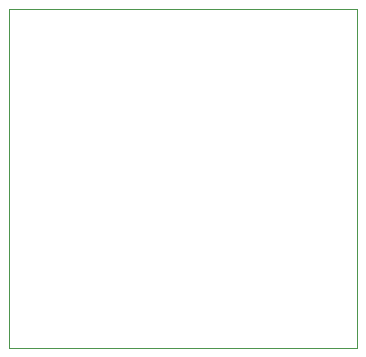
<source format=gko>
G04 #@! TF.FileFunction,Profile,NP*
%FSLAX46Y46*%
G04 Gerber Fmt 4.6, Leading zero omitted, Abs format (unit mm)*
G04 Created by KiCad (PCBNEW 0.201508140901+6091~28~ubuntu14.04.1-product) date Tue 06 Oct 2015 12:02:15 AM CEST*
%MOMM*%
G01*
G04 APERTURE LIST*
%ADD10C,0.100000*%
G04 APERTURE END LIST*
D10*
X142875000Y-103632000D02*
X142875000Y-74930000D01*
X172339000Y-103632000D02*
X142875000Y-103632000D01*
X172339000Y-74930000D02*
X172339000Y-103632000D01*
X142875000Y-74930000D02*
X172339000Y-74930000D01*
M02*

</source>
